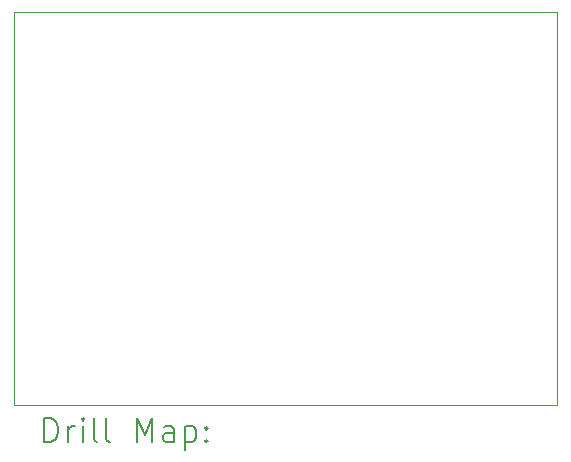
<source format=gbr>
%TF.GenerationSoftware,KiCad,Pcbnew,8.0.1*%
%TF.CreationDate,2024-04-24T16:47:29+07:00*%
%TF.ProjectId,holyiot-21043-nrf52810,686f6c79-696f-4742-9d32-313034332d6e,rev?*%
%TF.SameCoordinates,Original*%
%TF.FileFunction,Drillmap*%
%TF.FilePolarity,Positive*%
%FSLAX45Y45*%
G04 Gerber Fmt 4.5, Leading zero omitted, Abs format (unit mm)*
G04 Created by KiCad (PCBNEW 8.0.1) date 2024-04-24 16:47:29*
%MOMM*%
%LPD*%
G01*
G04 APERTURE LIST*
%ADD10C,0.050000*%
%ADD11C,0.200000*%
G04 APERTURE END LIST*
D10*
X12000000Y-9870000D02*
X16600000Y-9870000D01*
X16600000Y-13200000D01*
X12000000Y-13200000D01*
X12000000Y-9870000D01*
D11*
X12258277Y-13513984D02*
X12258277Y-13313984D01*
X12258277Y-13313984D02*
X12305896Y-13313984D01*
X12305896Y-13313984D02*
X12334467Y-13323508D01*
X12334467Y-13323508D02*
X12353515Y-13342555D01*
X12353515Y-13342555D02*
X12363039Y-13361603D01*
X12363039Y-13361603D02*
X12372562Y-13399698D01*
X12372562Y-13399698D02*
X12372562Y-13428269D01*
X12372562Y-13428269D02*
X12363039Y-13466365D01*
X12363039Y-13466365D02*
X12353515Y-13485412D01*
X12353515Y-13485412D02*
X12334467Y-13504460D01*
X12334467Y-13504460D02*
X12305896Y-13513984D01*
X12305896Y-13513984D02*
X12258277Y-13513984D01*
X12458277Y-13513984D02*
X12458277Y-13380650D01*
X12458277Y-13418746D02*
X12467801Y-13399698D01*
X12467801Y-13399698D02*
X12477324Y-13390174D01*
X12477324Y-13390174D02*
X12496372Y-13380650D01*
X12496372Y-13380650D02*
X12515420Y-13380650D01*
X12582086Y-13513984D02*
X12582086Y-13380650D01*
X12582086Y-13313984D02*
X12572562Y-13323508D01*
X12572562Y-13323508D02*
X12582086Y-13333031D01*
X12582086Y-13333031D02*
X12591610Y-13323508D01*
X12591610Y-13323508D02*
X12582086Y-13313984D01*
X12582086Y-13313984D02*
X12582086Y-13333031D01*
X12705896Y-13513984D02*
X12686848Y-13504460D01*
X12686848Y-13504460D02*
X12677324Y-13485412D01*
X12677324Y-13485412D02*
X12677324Y-13313984D01*
X12810658Y-13513984D02*
X12791610Y-13504460D01*
X12791610Y-13504460D02*
X12782086Y-13485412D01*
X12782086Y-13485412D02*
X12782086Y-13313984D01*
X13039229Y-13513984D02*
X13039229Y-13313984D01*
X13039229Y-13313984D02*
X13105896Y-13456841D01*
X13105896Y-13456841D02*
X13172562Y-13313984D01*
X13172562Y-13313984D02*
X13172562Y-13513984D01*
X13353515Y-13513984D02*
X13353515Y-13409222D01*
X13353515Y-13409222D02*
X13343991Y-13390174D01*
X13343991Y-13390174D02*
X13324943Y-13380650D01*
X13324943Y-13380650D02*
X13286848Y-13380650D01*
X13286848Y-13380650D02*
X13267801Y-13390174D01*
X13353515Y-13504460D02*
X13334467Y-13513984D01*
X13334467Y-13513984D02*
X13286848Y-13513984D01*
X13286848Y-13513984D02*
X13267801Y-13504460D01*
X13267801Y-13504460D02*
X13258277Y-13485412D01*
X13258277Y-13485412D02*
X13258277Y-13466365D01*
X13258277Y-13466365D02*
X13267801Y-13447317D01*
X13267801Y-13447317D02*
X13286848Y-13437793D01*
X13286848Y-13437793D02*
X13334467Y-13437793D01*
X13334467Y-13437793D02*
X13353515Y-13428269D01*
X13448753Y-13380650D02*
X13448753Y-13580650D01*
X13448753Y-13390174D02*
X13467801Y-13380650D01*
X13467801Y-13380650D02*
X13505896Y-13380650D01*
X13505896Y-13380650D02*
X13524943Y-13390174D01*
X13524943Y-13390174D02*
X13534467Y-13399698D01*
X13534467Y-13399698D02*
X13543991Y-13418746D01*
X13543991Y-13418746D02*
X13543991Y-13475888D01*
X13543991Y-13475888D02*
X13534467Y-13494936D01*
X13534467Y-13494936D02*
X13524943Y-13504460D01*
X13524943Y-13504460D02*
X13505896Y-13513984D01*
X13505896Y-13513984D02*
X13467801Y-13513984D01*
X13467801Y-13513984D02*
X13448753Y-13504460D01*
X13629705Y-13494936D02*
X13639229Y-13504460D01*
X13639229Y-13504460D02*
X13629705Y-13513984D01*
X13629705Y-13513984D02*
X13620182Y-13504460D01*
X13620182Y-13504460D02*
X13629705Y-13494936D01*
X13629705Y-13494936D02*
X13629705Y-13513984D01*
X13629705Y-13390174D02*
X13639229Y-13399698D01*
X13639229Y-13399698D02*
X13629705Y-13409222D01*
X13629705Y-13409222D02*
X13620182Y-13399698D01*
X13620182Y-13399698D02*
X13629705Y-13390174D01*
X13629705Y-13390174D02*
X13629705Y-13409222D01*
M02*

</source>
